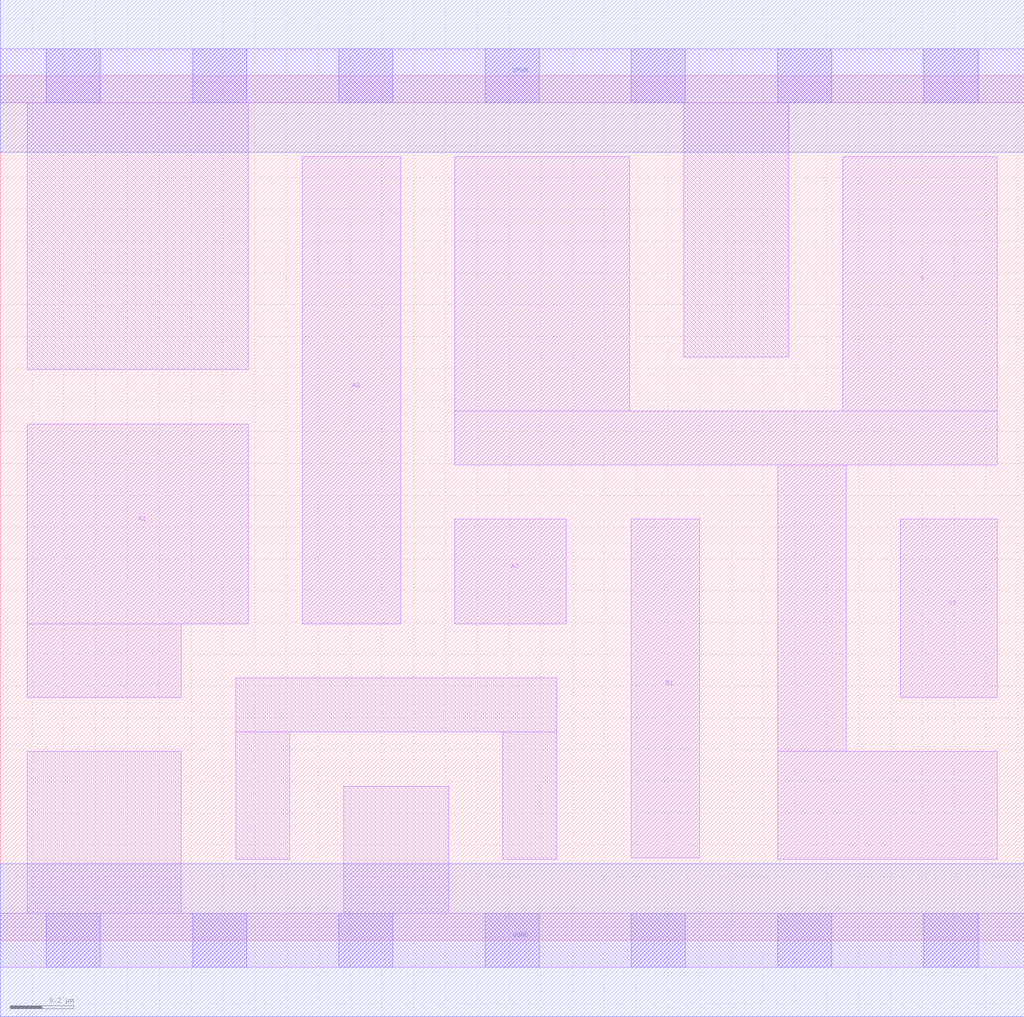
<source format=lef>
# Copyright 2020 The SkyWater PDK Authors
#
# Licensed under the Apache License, Version 2.0 (the "License");
# you may not use this file except in compliance with the License.
# You may obtain a copy of the License at
#
#     https://www.apache.org/licenses/LICENSE-2.0
#
# Unless required by applicable law or agreed to in writing, software
# distributed under the License is distributed on an "AS IS" BASIS,
# WITHOUT WARRANTIES OR CONDITIONS OF ANY KIND, either express or implied.
# See the License for the specific language governing permissions and
# limitations under the License.
#
# SPDX-License-Identifier: Apache-2.0

VERSION 5.7 ;
  NAMESCASESENSITIVE ON ;
  NOWIREEXTENSIONATPIN ON ;
  DIVIDERCHAR "/" ;
  BUSBITCHARS "[]" ;
UNITS
  DATABASE MICRONS 200 ;
END UNITS
MACRO sky130_fd_sc_hd__o311ai_0
  CLASS CORE ;
  FOREIGN sky130_fd_sc_hd__o311ai_0 ;
  ORIGIN  0.000000  0.000000 ;
  SIZE  3.220000 BY  2.720000 ;
  SYMMETRY X Y R90 ;
  SITE unithd ;
  PIN A1
    ANTENNAGATEAREA  0.159000 ;
    DIRECTION INPUT ;
    USE SIGNAL ;
    PORT
      LAYER li1 ;
        RECT 0.085000 0.765000 0.570000 0.995000 ;
        RECT 0.085000 0.995000 0.780000 1.625000 ;
    END
  END A1
  PIN A2
    ANTENNAGATEAREA  0.159000 ;
    DIRECTION INPUT ;
    USE SIGNAL ;
    PORT
      LAYER li1 ;
        RECT 0.950000 0.995000 1.260000 2.465000 ;
    END
  END A2
  PIN A3
    ANTENNAGATEAREA  0.159000 ;
    DIRECTION INPUT ;
    USE SIGNAL ;
    PORT
      LAYER li1 ;
        RECT 1.430000 0.995000 1.780000 1.325000 ;
    END
  END A3
  PIN B1
    ANTENNAGATEAREA  0.159000 ;
    DIRECTION INPUT ;
    USE SIGNAL ;
    PORT
      LAYER li1 ;
        RECT 1.985000 0.260000 2.200000 1.325000 ;
    END
  END B1
  PIN C1
    ANTENNAGATEAREA  0.159000 ;
    DIRECTION INPUT ;
    USE SIGNAL ;
    PORT
      LAYER li1 ;
        RECT 2.830000 0.765000 3.135000 1.325000 ;
    END
  END C1
  PIN Y
    ANTENNADIFFAREA  0.604000 ;
    DIRECTION OUTPUT ;
    USE SIGNAL ;
    PORT
      LAYER li1 ;
        RECT 1.430000 1.495000 3.135000 1.665000 ;
        RECT 1.430000 1.665000 1.980000 2.465000 ;
        RECT 2.445000 0.255000 3.135000 0.595000 ;
        RECT 2.445000 0.595000 2.660000 1.495000 ;
        RECT 2.650000 1.665000 3.135000 2.465000 ;
    END
  END Y
  PIN VGND
    DIRECTION INOUT ;
    SHAPE ABUTMENT ;
    USE GROUND ;
    PORT
      LAYER met1 ;
        RECT 0.000000 -0.240000 3.220000 0.240000 ;
    END
  END VGND
  PIN VPWR
    DIRECTION INOUT ;
    SHAPE ABUTMENT ;
    USE POWER ;
    PORT
      LAYER met1 ;
        RECT 0.000000 2.480000 3.220000 2.960000 ;
    END
  END VPWR
  OBS
    LAYER li1 ;
      RECT 0.000000 -0.085000 3.220000 0.085000 ;
      RECT 0.000000  2.635000 3.220000 2.805000 ;
      RECT 0.085000  0.085000 0.570000 0.595000 ;
      RECT 0.085000  1.795000 0.780000 2.635000 ;
      RECT 0.740000  0.255000 0.910000 0.655000 ;
      RECT 0.740000  0.655000 1.750000 0.825000 ;
      RECT 1.080000  0.085000 1.410000 0.485000 ;
      RECT 1.580000  0.255000 1.750000 0.655000 ;
      RECT 2.150000  1.835000 2.480000 2.635000 ;
    LAYER mcon ;
      RECT 0.145000 -0.085000 0.315000 0.085000 ;
      RECT 0.145000  2.635000 0.315000 2.805000 ;
      RECT 0.605000 -0.085000 0.775000 0.085000 ;
      RECT 0.605000  2.635000 0.775000 2.805000 ;
      RECT 1.065000 -0.085000 1.235000 0.085000 ;
      RECT 1.065000  2.635000 1.235000 2.805000 ;
      RECT 1.525000 -0.085000 1.695000 0.085000 ;
      RECT 1.525000  2.635000 1.695000 2.805000 ;
      RECT 1.985000 -0.085000 2.155000 0.085000 ;
      RECT 1.985000  2.635000 2.155000 2.805000 ;
      RECT 2.445000 -0.085000 2.615000 0.085000 ;
      RECT 2.445000  2.635000 2.615000 2.805000 ;
      RECT 2.905000 -0.085000 3.075000 0.085000 ;
      RECT 2.905000  2.635000 3.075000 2.805000 ;
  END
END sky130_fd_sc_hd__o311ai_0
END LIBRARY

</source>
